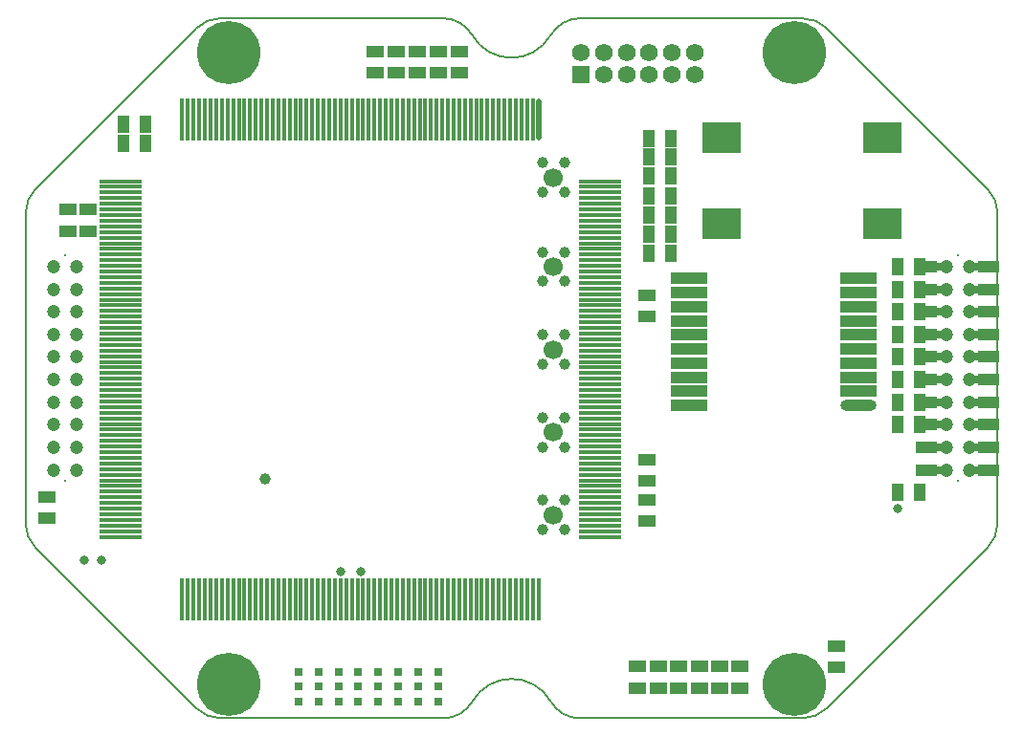
<source format=gts>
G04*
G04 #@! TF.GenerationSoftware,Altium Limited,Altium Designer,20.1.10 (176)*
G04*
G04 Layer_Color=8388736*
%FSAX42Y42*%
%MOMM*%
G71*
G04*
G04 #@! TF.SameCoordinates,1BA63ED6-0030-4306-BA36-9B072EE6F18F*
G04*
G04*
G04 #@! TF.FilePolarity,Negative*
G04*
G01*
G75*
%ADD16C,0.20*%
%ADD17R,1.83X1.02*%
%ADD18R,1.70X0.70*%
%ADD19R,1.00X1.50*%
%ADD20R,3.40X2.80*%
%ADD21R,1.50X1.00*%
%ADD22R,3.20X1.00*%
%ADD23O,3.20X1.00*%
%ADD24R,0.80X0.70*%
%ADD25R,3.70X0.45*%
%ADD26R,0.45X3.70*%
%ADD27O,0.45X3.70*%
%ADD28C,1.20*%
%ADD29C,0.20*%
%ADD30C,1.70*%
%ADD31C,1.00*%
%ADD32C,1.57*%
%ADD33R,1.57X1.57*%
%ADD34C,0.80*%
%ADD35C,5.60*%
D16*
X004036Y006060D02*
G03*
X004729Y006060I000346J000200D01*
G01*
Y000160D02*
G03*
X004036Y000160I-000346J-000200D01*
G01*
X008595Y001522D02*
G03*
X008683Y001734I-000212J000212D01*
G01*
Y004486D02*
G03*
X008595Y004698I-000300J-000000D01*
G01*
X007171Y006122D02*
G03*
X006959Y006210I-000212J-000212D01*
G01*
Y000010D02*
G03*
X007171Y000098I-000000J000300D01*
G01*
X004989Y006210D02*
G03*
X004729Y006060I000000J-000300D01*
G01*
Y000160D02*
G03*
X004989Y000010I000260J000150D01*
G01*
X004036Y006060D02*
G03*
X003777Y006210I-000260J-000150D01*
G01*
Y000010D02*
G03*
X004036Y000160I000000J000300D01*
G01*
X001807Y006210D02*
G03*
X001595Y006122I000000J-000300D01*
G01*
Y000098D02*
G03*
X001807Y000010I000212J000212D01*
G01*
X000083Y001734D02*
G03*
X000171Y001522I000300J000000D01*
G01*
Y004698D02*
G03*
X000083Y004486I000212J-000212D01*
G01*
X000171Y001522D02*
X001595Y000098D01*
X000171Y004698D02*
X001595Y006122D01*
X007171Y000098D02*
X008595Y001522D01*
X007171Y006122D02*
X008595Y004698D01*
X004989Y006210D02*
X006959D01*
X004989Y000010D02*
X006959D01*
X001807Y006210D02*
X003777D01*
X001807Y000010D02*
X003777D01*
X008683Y001734D02*
Y004486D01*
X000083Y001734D02*
Y004486D01*
D17*
X008057Y002610D02*
D03*
Y002210D02*
D03*
Y002410D02*
D03*
Y002810D02*
D03*
Y003610D02*
D03*
Y003210D02*
D03*
Y003010D02*
D03*
Y003410D02*
D03*
Y004010D02*
D03*
Y003810D02*
D03*
X008607D02*
D03*
Y003210D02*
D03*
Y003010D02*
D03*
Y003410D02*
D03*
Y003610D02*
D03*
Y002810D02*
D03*
Y002610D02*
D03*
Y002210D02*
D03*
Y002410D02*
D03*
Y004010D02*
D03*
D18*
X008168Y004010D02*
D03*
Y003810D02*
D03*
Y003610D02*
D03*
Y003410D02*
D03*
Y003210D02*
D03*
Y003010D02*
D03*
Y002810D02*
D03*
Y002610D02*
D03*
Y002410D02*
D03*
X008497Y004010D02*
D03*
Y003810D02*
D03*
Y003610D02*
D03*
Y003410D02*
D03*
Y003210D02*
D03*
Y003010D02*
D03*
Y002810D02*
D03*
Y002610D02*
D03*
Y002410D02*
D03*
Y002210D02*
D03*
X008168D02*
D03*
D19*
X007800Y002010D02*
D03*
X007990D02*
D03*
X007800Y003410D02*
D03*
X007990D02*
D03*
X007800Y002610D02*
D03*
X007990D02*
D03*
X007800Y003610D02*
D03*
X007990D02*
D03*
X007990Y003810D02*
D03*
X007800D02*
D03*
X007990Y004010D02*
D03*
X007800D02*
D03*
X007800Y002810D02*
D03*
X007990D02*
D03*
X007800Y003210D02*
D03*
X007990D02*
D03*
Y003010D02*
D03*
X007800D02*
D03*
X005600Y005147D02*
D03*
X005790D02*
D03*
X005599Y004980D02*
D03*
X005790D02*
D03*
X000950Y005100D02*
D03*
X001140D02*
D03*
X000950Y005275D02*
D03*
X001140D02*
D03*
X005790Y004300D02*
D03*
X005600D02*
D03*
X005790Y004470D02*
D03*
X005600D02*
D03*
X005790Y004131D02*
D03*
X005600D02*
D03*
Y004810D02*
D03*
X005790D02*
D03*
Y004640D02*
D03*
X005600D02*
D03*
D20*
X006240Y005150D02*
D03*
Y004388D02*
D03*
X007660Y005152D02*
D03*
Y004390D02*
D03*
D21*
X000272Y001780D02*
D03*
Y001970D02*
D03*
X003366Y005915D02*
D03*
Y005726D02*
D03*
X005580Y001945D02*
D03*
Y001755D02*
D03*
X000632Y004325D02*
D03*
Y004515D02*
D03*
X005580Y002110D02*
D03*
Y002300D02*
D03*
Y003760D02*
D03*
Y003570D02*
D03*
X000460Y004325D02*
D03*
Y004515D02*
D03*
X007260Y000460D02*
D03*
Y000650D02*
D03*
X003737Y005915D02*
D03*
Y005725D02*
D03*
X003922D02*
D03*
Y005915D02*
D03*
X003551Y005915D02*
D03*
Y005726D02*
D03*
X005500Y000470D02*
D03*
Y000280D02*
D03*
X005681Y000470D02*
D03*
Y000280D02*
D03*
X003180Y005915D02*
D03*
Y005725D02*
D03*
X006044Y000470D02*
D03*
Y000280D02*
D03*
X006225Y000470D02*
D03*
Y000280D02*
D03*
X006406D02*
D03*
Y000470D02*
D03*
X005862D02*
D03*
Y000280D02*
D03*
D22*
X005950Y003655D02*
D03*
X007450Y003405D02*
D03*
X005950Y003280D02*
D03*
Y002780D02*
D03*
Y003155D02*
D03*
Y002905D02*
D03*
Y003030D02*
D03*
Y003405D02*
D03*
X007450Y002905D02*
D03*
Y003030D02*
D03*
Y003155D02*
D03*
Y003280D02*
D03*
Y003530D02*
D03*
Y003655D02*
D03*
Y003780D02*
D03*
X005950Y003530D02*
D03*
Y003780D02*
D03*
Y003905D02*
D03*
X007450D02*
D03*
D23*
Y002780D02*
D03*
D24*
X003732Y000160D02*
D03*
Y000420D02*
D03*
Y000290D02*
D03*
X003556Y000160D02*
D03*
Y000420D02*
D03*
Y000290D02*
D03*
X003380Y000160D02*
D03*
Y000420D02*
D03*
Y000290D02*
D03*
X003204Y000160D02*
D03*
Y000420D02*
D03*
Y000290D02*
D03*
X003028Y000160D02*
D03*
Y000420D02*
D03*
Y000290D02*
D03*
X002852Y000160D02*
D03*
Y000420D02*
D03*
Y000290D02*
D03*
X002676D02*
D03*
Y000420D02*
D03*
Y000160D02*
D03*
X002500D02*
D03*
Y000420D02*
D03*
Y000290D02*
D03*
D25*
X005170Y004767D02*
D03*
Y004717D02*
D03*
Y004667D02*
D03*
Y004617D02*
D03*
Y004567D02*
D03*
Y004517D02*
D03*
Y004467D02*
D03*
Y004417D02*
D03*
Y004367D02*
D03*
Y004317D02*
D03*
Y004267D02*
D03*
Y004217D02*
D03*
Y004167D02*
D03*
Y004117D02*
D03*
Y004067D02*
D03*
Y004017D02*
D03*
Y003967D02*
D03*
Y003917D02*
D03*
Y003867D02*
D03*
Y003817D02*
D03*
Y003767D02*
D03*
Y003717D02*
D03*
Y003667D02*
D03*
Y003617D02*
D03*
Y003567D02*
D03*
Y003517D02*
D03*
Y003467D02*
D03*
Y003417D02*
D03*
Y003367D02*
D03*
Y003317D02*
D03*
Y003267D02*
D03*
Y003217D02*
D03*
Y003167D02*
D03*
Y003117D02*
D03*
Y003067D02*
D03*
Y003017D02*
D03*
Y002967D02*
D03*
Y002917D02*
D03*
Y002867D02*
D03*
Y002817D02*
D03*
Y002767D02*
D03*
Y002717D02*
D03*
Y002667D02*
D03*
Y002617D02*
D03*
Y002567D02*
D03*
Y002517D02*
D03*
Y002467D02*
D03*
Y002417D02*
D03*
Y002367D02*
D03*
Y002317D02*
D03*
Y002267D02*
D03*
Y002217D02*
D03*
Y002167D02*
D03*
Y002117D02*
D03*
Y002067D02*
D03*
Y002017D02*
D03*
Y001967D02*
D03*
Y001917D02*
D03*
Y001867D02*
D03*
Y001817D02*
D03*
Y001767D02*
D03*
Y001717D02*
D03*
Y001667D02*
D03*
Y001617D02*
D03*
X000920D02*
D03*
Y001667D02*
D03*
Y001717D02*
D03*
Y001767D02*
D03*
Y001817D02*
D03*
Y001867D02*
D03*
Y001917D02*
D03*
Y001967D02*
D03*
Y002017D02*
D03*
Y002067D02*
D03*
Y002117D02*
D03*
Y002167D02*
D03*
Y002217D02*
D03*
Y002267D02*
D03*
Y002317D02*
D03*
Y002367D02*
D03*
Y002417D02*
D03*
Y002467D02*
D03*
Y002517D02*
D03*
Y002567D02*
D03*
Y002617D02*
D03*
Y002667D02*
D03*
Y002717D02*
D03*
Y002767D02*
D03*
Y002817D02*
D03*
Y002867D02*
D03*
Y002917D02*
D03*
Y002967D02*
D03*
Y003017D02*
D03*
Y003067D02*
D03*
Y003117D02*
D03*
Y003167D02*
D03*
Y003217D02*
D03*
Y003267D02*
D03*
Y003317D02*
D03*
Y003367D02*
D03*
Y003417D02*
D03*
Y003467D02*
D03*
Y003517D02*
D03*
Y003567D02*
D03*
Y003617D02*
D03*
Y003667D02*
D03*
Y003717D02*
D03*
Y003767D02*
D03*
Y003817D02*
D03*
Y003867D02*
D03*
Y003917D02*
D03*
Y003967D02*
D03*
Y004017D02*
D03*
Y004067D02*
D03*
Y004117D02*
D03*
Y004167D02*
D03*
Y004217D02*
D03*
Y004267D02*
D03*
Y004317D02*
D03*
Y004367D02*
D03*
Y004417D02*
D03*
Y004467D02*
D03*
Y004517D02*
D03*
Y004567D02*
D03*
Y004617D02*
D03*
Y004667D02*
D03*
Y004717D02*
D03*
Y004767D02*
D03*
D26*
X004620Y001067D02*
D03*
X004570D02*
D03*
X004520D02*
D03*
X004470D02*
D03*
X004420D02*
D03*
X004370D02*
D03*
X004320D02*
D03*
X004270D02*
D03*
X004220D02*
D03*
X004170D02*
D03*
X004120D02*
D03*
X004070D02*
D03*
X004020D02*
D03*
X003970D02*
D03*
X003920D02*
D03*
X003870D02*
D03*
X003820D02*
D03*
X003770D02*
D03*
X003720D02*
D03*
X003670D02*
D03*
X003620D02*
D03*
X003570D02*
D03*
X003520D02*
D03*
X003470D02*
D03*
X003420D02*
D03*
X003370D02*
D03*
X003320D02*
D03*
X003270D02*
D03*
X003220D02*
D03*
X003170D02*
D03*
X003120D02*
D03*
X003070D02*
D03*
X003020D02*
D03*
X002970D02*
D03*
X002920D02*
D03*
X002870D02*
D03*
X002820D02*
D03*
X002770D02*
D03*
X002720D02*
D03*
X002670D02*
D03*
X002620D02*
D03*
X002570D02*
D03*
X002520D02*
D03*
X002470D02*
D03*
X002420D02*
D03*
X002370D02*
D03*
X002320D02*
D03*
X002270D02*
D03*
X002220D02*
D03*
X002170D02*
D03*
X002120D02*
D03*
X002070D02*
D03*
X002020D02*
D03*
X001970D02*
D03*
X001920D02*
D03*
X001870D02*
D03*
X001820D02*
D03*
X001770D02*
D03*
X001720D02*
D03*
X001670D02*
D03*
X001620D02*
D03*
X001570D02*
D03*
X001520D02*
D03*
X001470D02*
D03*
Y005317D02*
D03*
X001520D02*
D03*
X001570D02*
D03*
X001620D02*
D03*
X001670D02*
D03*
X001720D02*
D03*
X001770D02*
D03*
X001820D02*
D03*
X001870D02*
D03*
X001920D02*
D03*
X001970D02*
D03*
X002020D02*
D03*
X002070D02*
D03*
X002120D02*
D03*
X002170D02*
D03*
X002220D02*
D03*
X002270D02*
D03*
X002320D02*
D03*
X002370D02*
D03*
X002420D02*
D03*
X002470D02*
D03*
X002520D02*
D03*
X002570D02*
D03*
X002620D02*
D03*
X002670D02*
D03*
X002720D02*
D03*
X002770D02*
D03*
X002820D02*
D03*
X002870D02*
D03*
X002920D02*
D03*
X002970D02*
D03*
X003020D02*
D03*
X003070D02*
D03*
X003120D02*
D03*
X003170D02*
D03*
X003220D02*
D03*
X003270D02*
D03*
X003320D02*
D03*
X003370D02*
D03*
X003420D02*
D03*
X003470D02*
D03*
X003520D02*
D03*
X003570D02*
D03*
X003620D02*
D03*
X003670D02*
D03*
X003720D02*
D03*
X003770D02*
D03*
X003820D02*
D03*
X003870D02*
D03*
X003920D02*
D03*
X003970D02*
D03*
X004020D02*
D03*
X004070D02*
D03*
X004120D02*
D03*
X004170D02*
D03*
X004220D02*
D03*
X004270D02*
D03*
X004320D02*
D03*
X004370D02*
D03*
X004420D02*
D03*
X004470D02*
D03*
X004520D02*
D03*
X004570D02*
D03*
D27*
X004620D02*
D03*
D28*
X008232Y002210D02*
D03*
X008432D02*
D03*
X008232Y002410D02*
D03*
X008432D02*
D03*
X008232Y002610D02*
D03*
X008432D02*
D03*
X008232Y002810D02*
D03*
X008432D02*
D03*
Y004010D02*
D03*
X008232D02*
D03*
X008432Y003810D02*
D03*
X008232D02*
D03*
X008432Y003610D02*
D03*
X008232D02*
D03*
X008432Y003410D02*
D03*
X008232D02*
D03*
X008432Y003210D02*
D03*
X008232D02*
D03*
X008432Y003010D02*
D03*
X008232D02*
D03*
X000532Y002210D02*
D03*
X000332D02*
D03*
X000532Y002410D02*
D03*
X000332D02*
D03*
X000532Y002610D02*
D03*
X000332D02*
D03*
X000532Y002810D02*
D03*
X000332D02*
D03*
Y004010D02*
D03*
X000532D02*
D03*
X000332Y003810D02*
D03*
X000532D02*
D03*
X000332Y003610D02*
D03*
X000532D02*
D03*
X000332Y003410D02*
D03*
X000532D02*
D03*
X000332Y003210D02*
D03*
X000532D02*
D03*
X000332Y003010D02*
D03*
X000532D02*
D03*
D29*
X008332Y004110D02*
D03*
Y002110D02*
D03*
X000432Y004110D02*
D03*
Y002110D02*
D03*
D30*
X004755Y001810D02*
D03*
Y002543D02*
D03*
Y003277D02*
D03*
Y004010D02*
D03*
Y004800D02*
D03*
D31*
X004655Y001940D02*
D03*
X004855D02*
D03*
Y001680D02*
D03*
X004655D02*
D03*
Y002413D02*
D03*
X004855D02*
D03*
Y002673D02*
D03*
X004655D02*
D03*
Y003407D02*
D03*
X004855D02*
D03*
Y003147D02*
D03*
X004655D02*
D03*
Y003880D02*
D03*
X004855D02*
D03*
Y004140D02*
D03*
X004655D02*
D03*
Y004670D02*
D03*
X004855D02*
D03*
Y004930D02*
D03*
X004655D02*
D03*
X002200Y002134D02*
D03*
D32*
X005800Y005910D02*
D03*
Y005710D02*
D03*
X005600Y005910D02*
D03*
Y005710D02*
D03*
X005400Y005910D02*
D03*
Y005710D02*
D03*
X005200Y005910D02*
D03*
Y005710D02*
D03*
X005000Y005910D02*
D03*
X006000D02*
D03*
Y005710D02*
D03*
D33*
X005000D02*
D03*
D34*
X000600Y001408D02*
D03*
X000755D02*
D03*
X007800Y001870D02*
D03*
X002870Y001306D02*
D03*
X003047D02*
D03*
D35*
X006882Y000310D02*
D03*
X001882D02*
D03*
Y005910D02*
D03*
X006882D02*
D03*
M02*

</source>
